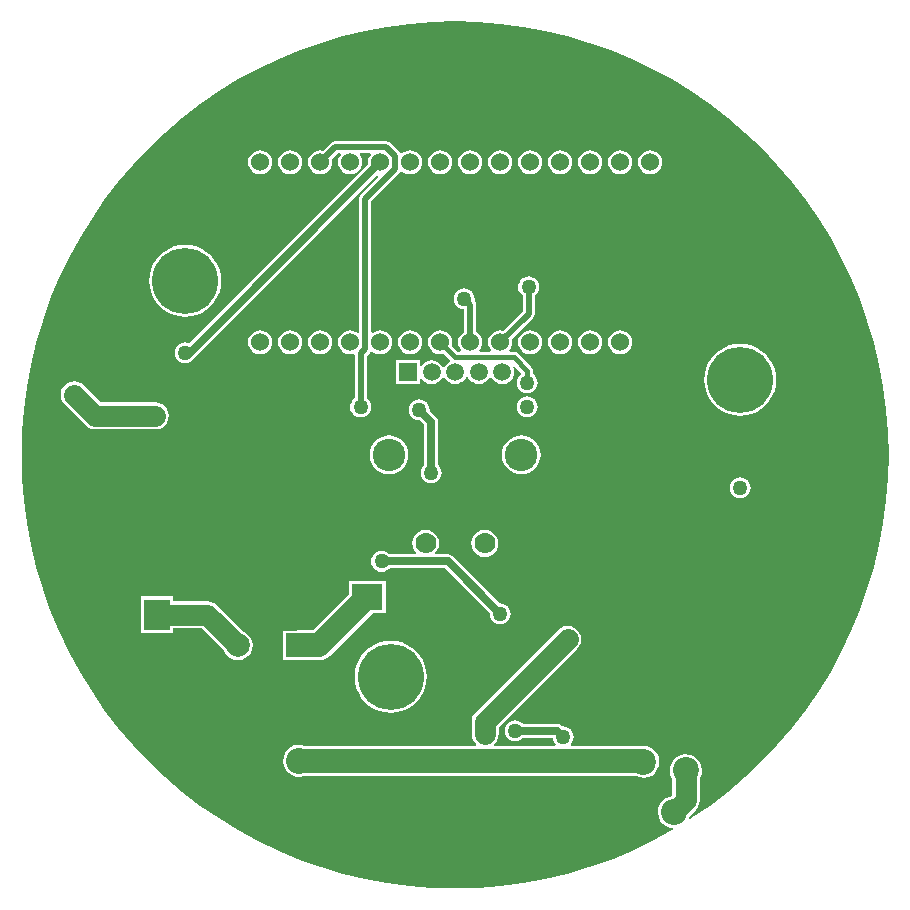
<source format=gbl>
G04 Layer_Physical_Order=2*
G04 Layer_Color=16711680*
%FSAX44Y44*%
%MOMM*%
G71*
G01*
G75*
%ADD35C,0.6350*%
%ADD37C,1.7780*%
%ADD38C,0.5080*%
%ADD40C,2.0320*%
%ADD41C,1.7780*%
%ADD42C,1.5000*%
%ADD43R,1.5000X1.5000*%
%ADD44C,2.7500*%
%ADD45C,5.5880*%
%ADD46C,2.2000*%
%ADD47R,1.5240X1.5240*%
%ADD48C,1.5240*%
%ADD49R,2.0000X2.0000*%
%ADD50C,2.0000*%
%ADD51C,1.2700*%
%ADD52R,2.2000X2.6000*%
%ADD53R,2.6000X2.2000*%
%ADD54R,12.5000X14.7500*%
%ADD55C,0.4572*%
G36*
X00908209Y01509526D02*
X00927365Y01508018D01*
X00946416Y01505510D01*
X00965310Y01502008D01*
X00983994Y01497523D01*
X01002418Y01492065D01*
X01020531Y01485651D01*
X01038284Y01478297D01*
X01055628Y01470025D01*
X01072514Y01460856D01*
X01088898Y01450816D01*
X01104734Y01439933D01*
X01119979Y01428235D01*
X01134590Y01415755D01*
X01148529Y01402529D01*
X01161756Y01388590D01*
X01174235Y01373979D01*
X01185932Y01358734D01*
X01196816Y01342898D01*
X01206856Y01326514D01*
X01216025Y01309628D01*
X01224297Y01292284D01*
X01231651Y01274531D01*
X01238065Y01256418D01*
X01243523Y01237994D01*
X01248008Y01219310D01*
X01251510Y01200416D01*
X01254018Y01181365D01*
X01255526Y01162209D01*
X01256029Y01143000D01*
X01255526Y01123791D01*
X01254018Y01104635D01*
X01251510Y01085584D01*
X01248008Y01066690D01*
X01243523Y01048006D01*
X01238065Y01029582D01*
X01231651Y01011469D01*
X01224297Y00993716D01*
X01216025Y00976372D01*
X01206856Y00959486D01*
X01196816Y00943102D01*
X01185932Y00927266D01*
X01174235Y00912021D01*
X01161756Y00897410D01*
X01148529Y00883472D01*
X01134590Y00870245D01*
X01119979Y00857765D01*
X01104734Y00846068D01*
X01088898Y00835184D01*
X01088001Y00834634D01*
X01086969Y00835491D01*
X01087662Y00837295D01*
X01087681Y00837478D01*
X01092493Y00842290D01*
X01094325Y00844678D01*
X01095477Y00847458D01*
X01095870Y00850442D01*
Y00868739D01*
X01096343Y00869390D01*
X01097621Y00872719D01*
X01097993Y00876264D01*
X01097436Y00879786D01*
X01095986Y00883043D01*
X01093742Y00885813D01*
X01090858Y00887909D01*
X01087529Y00889186D01*
X01083984Y00889559D01*
X01080462Y00889001D01*
X01077206Y00887551D01*
X01074435Y00885308D01*
X01072339Y00882423D01*
X01071062Y00879095D01*
X01070689Y00875549D01*
X01071247Y00872028D01*
X01072697Y00868771D01*
X01072813Y00868628D01*
Y00855218D01*
X01071299Y00853704D01*
X01070504Y00853578D01*
X01067247Y00852128D01*
X01064476Y00849884D01*
X01062381Y00847000D01*
X01061103Y00843672D01*
X01060730Y00840126D01*
X01061288Y00836605D01*
X01062738Y00833348D01*
X01064982Y00830577D01*
X01067866Y00828482D01*
X01071194Y00827204D01*
X01073116Y00827002D01*
X01073412Y00825694D01*
X01072514Y00825144D01*
X01055628Y00815975D01*
X01038284Y00807702D01*
X01020531Y00800349D01*
X01002418Y00793935D01*
X00983994Y00788477D01*
X00965310Y00783992D01*
X00946416Y00780490D01*
X00927365Y00777982D01*
X00908209Y00776474D01*
X00889000Y00775971D01*
X00869791Y00776474D01*
X00850635Y00777982D01*
X00831584Y00780490D01*
X00812690Y00783992D01*
X00794006Y00788477D01*
X00775582Y00793935D01*
X00757469Y00800349D01*
X00739716Y00807702D01*
X00722372Y00815975D01*
X00705486Y00825144D01*
X00689102Y00835184D01*
X00673266Y00846068D01*
X00658021Y00857765D01*
X00643410Y00870245D01*
X00629472Y00883472D01*
X00616245Y00897410D01*
X00603765Y00912021D01*
X00592067Y00927266D01*
X00581184Y00943102D01*
X00571144Y00959486D01*
X00561975Y00976372D01*
X00553703Y00993716D01*
X00546349Y01011469D01*
X00539935Y01029582D01*
X00534477Y01048006D01*
X00529992Y01066690D01*
X00526490Y01085584D01*
X00523982Y01104635D01*
X00522474Y01123791D01*
X00521971Y01143000D01*
X00522474Y01162209D01*
X00523982Y01181365D01*
X00526490Y01200416D01*
X00529992Y01219310D01*
X00534477Y01237994D01*
X00539935Y01256418D01*
X00546349Y01274531D01*
X00553703Y01292284D01*
X00561975Y01309628D01*
X00571144Y01326514D01*
X00581184Y01342898D01*
X00592067Y01358734D01*
X00603765Y01373979D01*
X00616245Y01388590D01*
X00629472Y01402529D01*
X00643410Y01415755D01*
X00658021Y01428235D01*
X00673266Y01439933D01*
X00689102Y01450816D01*
X00705486Y01460856D01*
X00722372Y01470025D01*
X00739716Y01478297D01*
X00757469Y01485651D01*
X00775582Y01492065D01*
X00794006Y01497523D01*
X00812690Y01502008D01*
X00831584Y01505510D01*
X00850635Y01508018D01*
X00869791Y01509526D01*
X00889000Y01510029D01*
X00908209Y01509526D01*
D02*
G37*
%LPC*%
G36*
X00566420Y01205329D02*
X00563436Y01204936D01*
X00560656Y01203784D01*
X00558268Y01201952D01*
X00556436Y01199564D01*
X00555284Y01196784D01*
X00554891Y01193800D01*
X00555284Y01190816D01*
X00556436Y01188036D01*
X00558268Y01185648D01*
X00576048Y01167868D01*
X00576048Y01167868D01*
X00578436Y01166036D01*
X00581216Y01164884D01*
X00584200Y01164491D01*
X00635000D01*
X00637984Y01164884D01*
X00640764Y01166036D01*
X00643152Y01167868D01*
X00644984Y01170256D01*
X00646136Y01173036D01*
X00646529Y01176020D01*
X00646136Y01179004D01*
X00644984Y01181784D01*
X00643152Y01184172D01*
X00640764Y01186004D01*
X00637984Y01187156D01*
X00635000Y01187549D01*
X00588975D01*
X00574572Y01201952D01*
X00572184Y01203784D01*
X00569404Y01204936D01*
X00566420Y01205329D01*
D02*
G37*
G36*
X00949960Y01192607D02*
X00947639Y01192301D01*
X00945477Y01191405D01*
X00943620Y01189980D01*
X00942195Y01188123D01*
X00941299Y01185961D01*
X00940993Y01183640D01*
X00941299Y01181319D01*
X00942195Y01179157D01*
X00943620Y01177300D01*
X00945477Y01175875D01*
X00947639Y01174979D01*
X00949960Y01174673D01*
X00952281Y01174979D01*
X00954443Y01175875D01*
X00956300Y01177300D01*
X00957725Y01179157D01*
X00958621Y01181319D01*
X00958927Y01183640D01*
X00958621Y01185961D01*
X00957725Y01188123D01*
X00956300Y01189980D01*
X00954443Y01191405D01*
X00952281Y01192301D01*
X00949960Y01192607D01*
D02*
G37*
G36*
X00833000Y01159369D02*
X00829807Y01159054D01*
X00826736Y01158123D01*
X00823906Y01156610D01*
X00821426Y01154575D01*
X00819390Y01152094D01*
X00817877Y01149264D01*
X00816946Y01146193D01*
X00816631Y01143000D01*
X00816946Y01139807D01*
X00817877Y01136736D01*
X00819390Y01133906D01*
X00821426Y01131425D01*
X00823906Y01129390D01*
X00826736Y01127877D01*
X00829807Y01126946D01*
X00833000Y01126631D01*
X00836193Y01126946D01*
X00839264Y01127877D01*
X00842094Y01129390D01*
X00844575Y01131425D01*
X00846610Y01133906D01*
X00848123Y01136736D01*
X00849054Y01139807D01*
X00849369Y01143000D01*
X00849054Y01146193D01*
X00848123Y01149264D01*
X00846610Y01152094D01*
X00844575Y01154575D01*
X00842094Y01156610D01*
X00839264Y01158123D01*
X00836193Y01159054D01*
X00833000Y01159369D01*
D02*
G37*
G36*
X00945000D02*
X00941806Y01159054D01*
X00938736Y01158123D01*
X00935906Y01156610D01*
X00933425Y01154575D01*
X00931390Y01152094D01*
X00929877Y01149264D01*
X00928946Y01146193D01*
X00928631Y01143000D01*
X00928946Y01139807D01*
X00929877Y01136736D01*
X00931390Y01133906D01*
X00933425Y01131425D01*
X00935906Y01129390D01*
X00938736Y01127877D01*
X00941806Y01126946D01*
X00945000Y01126631D01*
X00948193Y01126946D01*
X00951264Y01127877D01*
X00954094Y01129390D01*
X00956574Y01131425D01*
X00958610Y01133906D01*
X00960123Y01136736D01*
X00961054Y01139807D01*
X00961369Y01143000D01*
X00961054Y01146193D01*
X00960123Y01149264D01*
X00958610Y01152094D01*
X00956574Y01154575D01*
X00954094Y01156610D01*
X00951264Y01158123D01*
X00948193Y01159054D01*
X00945000Y01159369D01*
D02*
G37*
G36*
X00749300Y01248498D02*
X00746648Y01248148D01*
X00744176Y01247125D01*
X00742054Y01245496D01*
X00740425Y01243374D01*
X00739401Y01240902D01*
X00739052Y01238250D01*
X00739401Y01235598D01*
X00740425Y01233126D01*
X00742054Y01231004D01*
X00744176Y01229375D01*
X00746648Y01228352D01*
X00749300Y01228002D01*
X00751952Y01228352D01*
X00754424Y01229375D01*
X00756546Y01231004D01*
X00758175Y01233126D01*
X00759199Y01235598D01*
X00759548Y01238250D01*
X00759199Y01240902D01*
X00758175Y01243374D01*
X00756546Y01245496D01*
X00754424Y01247125D01*
X00751952Y01248148D01*
X00749300Y01248498D01*
D02*
G37*
G36*
X00774700D02*
X00772048Y01248148D01*
X00769576Y01247125D01*
X00767454Y01245496D01*
X00765825Y01243374D01*
X00764801Y01240902D01*
X00764452Y01238250D01*
X00764801Y01235598D01*
X00765825Y01233126D01*
X00767454Y01231004D01*
X00769576Y01229375D01*
X00772048Y01228352D01*
X00774700Y01228002D01*
X00777352Y01228352D01*
X00779824Y01229375D01*
X00781946Y01231004D01*
X00783575Y01233126D01*
X00784598Y01235598D01*
X00784948Y01238250D01*
X00784598Y01240902D01*
X00783575Y01243374D01*
X00781946Y01245496D01*
X00779824Y01247125D01*
X00777352Y01248148D01*
X00774700Y01248498D01*
D02*
G37*
G36*
X01130300Y01237074D02*
X01125517Y01236698D01*
X01120852Y01235578D01*
X01116420Y01233742D01*
X01112329Y01231235D01*
X01108681Y01228119D01*
X01105565Y01224471D01*
X01103058Y01220380D01*
X01101222Y01215948D01*
X01100102Y01211283D01*
X01099726Y01206500D01*
X01100102Y01201717D01*
X01101222Y01197052D01*
X01103058Y01192620D01*
X01105565Y01188529D01*
X01108681Y01184881D01*
X01112329Y01181765D01*
X01116420Y01179258D01*
X01120852Y01177422D01*
X01125517Y01176302D01*
X01130300Y01175926D01*
X01135083Y01176302D01*
X01139748Y01177422D01*
X01144180Y01179258D01*
X01148271Y01181765D01*
X01151919Y01184881D01*
X01155035Y01188529D01*
X01157542Y01192620D01*
X01159378Y01197052D01*
X01160498Y01201717D01*
X01160874Y01206500D01*
X01160498Y01211283D01*
X01159378Y01215948D01*
X01157542Y01220380D01*
X01155035Y01224471D01*
X01151919Y01228119D01*
X01148271Y01231235D01*
X01144180Y01233742D01*
X01139748Y01235578D01*
X01135083Y01236698D01*
X01130300Y01237074D01*
D02*
G37*
G36*
X00723900Y01248498D02*
X00721248Y01248148D01*
X00718776Y01247125D01*
X00716654Y01245496D01*
X00715025Y01243374D01*
X00714001Y01240902D01*
X00713652Y01238250D01*
X00714001Y01235598D01*
X00715025Y01233126D01*
X00716654Y01231004D01*
X00718776Y01229375D01*
X00721248Y01228352D01*
X00723900Y01228002D01*
X00726552Y01228352D01*
X00729024Y01229375D01*
X00731146Y01231004D01*
X00732775Y01233126D01*
X00733799Y01235598D01*
X00734148Y01238250D01*
X00733799Y01240902D01*
X00732775Y01243374D01*
X00731146Y01245496D01*
X00729024Y01247125D01*
X00726552Y01248148D01*
X00723900Y01248498D01*
D02*
G37*
G36*
X00830010Y01035890D02*
X00798930D01*
Y01024926D01*
X00768524Y00994520D01*
X00755650D01*
X00753602Y00994250D01*
X00743110D01*
Y00983758D01*
X00742840Y00981710D01*
X00743110Y00979662D01*
Y00969170D01*
X00753602D01*
X00755650Y00968900D01*
X00773830D01*
X00777145Y00969337D01*
X00780235Y00970617D01*
X00782887Y00972652D01*
X00819045Y01008810D01*
X00830010D01*
Y01035890D01*
D02*
G37*
G36*
X00649810Y01023050D02*
X00622730D01*
Y00991970D01*
X00649810D01*
Y00995981D01*
X00674275D01*
X00693208Y00977048D01*
X00693896Y00975386D01*
X00695906Y00972766D01*
X00698526Y00970756D01*
X00701576Y00969493D01*
X00704850Y00969062D01*
X00708124Y00969493D01*
X00711174Y00970756D01*
X00713794Y00972766D01*
X00715804Y00975386D01*
X00717067Y00978436D01*
X00717498Y00981710D01*
X00717067Y00984984D01*
X00715804Y00988034D01*
X00713794Y00990654D01*
X00711174Y00992664D01*
X00709512Y00993352D01*
X00687202Y01015662D01*
X00684815Y01017494D01*
X00682034Y01018646D01*
X00679050Y01019038D01*
X00649810D01*
Y01023050D01*
D02*
G37*
G36*
X00984250Y00998319D02*
X00981266Y00997926D01*
X00978486Y00996774D01*
X00976098Y00994942D01*
X00906248Y00925092D01*
X00904416Y00922704D01*
X00903264Y00919924D01*
X00902871Y00916940D01*
Y00906780D01*
X00903264Y00903796D01*
X00904416Y00901016D01*
X00906248Y00898628D01*
X00907006Y00898046D01*
X00906575Y00896776D01*
X00761405D01*
X00759855Y00897325D01*
X00756301Y00897605D01*
X00752796Y00896955D01*
X00749578Y00895420D01*
X00746867Y00893105D01*
X00744848Y00890167D01*
X00743658Y00886806D01*
X00743378Y00883252D01*
X00744028Y00879747D01*
X00745562Y00876529D01*
X00747878Y00873818D01*
X00750816Y00871798D01*
X00754177Y00870608D01*
X00757731Y00870329D01*
X00761236Y00870978D01*
X00761611Y00871157D01*
X01041681D01*
X01041741Y00871113D01*
X01045069Y00869836D01*
X01048615Y00869463D01*
X01052136Y00870021D01*
X01055393Y00871471D01*
X01058164Y00873715D01*
X01060259Y00876599D01*
X01061537Y00879927D01*
X01061910Y00883473D01*
X01061352Y00886994D01*
X01059902Y00890251D01*
X01057658Y00893022D01*
X01054774Y00895117D01*
X01051446Y00896395D01*
X01047900Y00896768D01*
X01047706Y00896737D01*
X01047406Y00896776D01*
X00987181D01*
X00986893Y00898046D01*
X00988205Y00899757D01*
X00989101Y00901919D01*
X00989407Y00904240D01*
X00989101Y00906561D01*
X00988205Y00908723D01*
X00986780Y00910580D01*
X00984923Y00912005D01*
X00982761Y00912901D01*
X00980440Y00913207D01*
X00979798Y00913122D01*
X00979480Y00913440D01*
X00977590Y00914703D01*
X00975360Y00915147D01*
X00946534D01*
X00946140Y00915660D01*
X00944283Y00917085D01*
X00942121Y00917981D01*
X00939800Y00918287D01*
X00937479Y00917981D01*
X00935317Y00917085D01*
X00933460Y00915660D01*
X00932035Y00913803D01*
X00931139Y00911641D01*
X00930833Y00909320D01*
X00931139Y00906999D01*
X00932035Y00904837D01*
X00933460Y00902980D01*
X00935317Y00901555D01*
X00937479Y00900659D01*
X00939800Y00900353D01*
X00942121Y00900659D01*
X00944283Y00901555D01*
X00946140Y00902980D01*
X00946534Y00903493D01*
X00971572D01*
X00971779Y00901919D01*
X00972675Y00899757D01*
X00973987Y00898046D01*
X00973699Y00896776D01*
X00922225D01*
X00921794Y00898046D01*
X00922552Y00898628D01*
X00924384Y00901016D01*
X00925536Y00903796D01*
X00925929Y00906780D01*
Y00912165D01*
X00992402Y00978638D01*
X00994234Y00981026D01*
X00995386Y00983806D01*
X00995779Y00986790D01*
X00995386Y00989774D01*
X00994234Y00992554D01*
X00992402Y00994942D01*
X00990014Y00996774D01*
X00987234Y00997926D01*
X00984250Y00998319D01*
D02*
G37*
G36*
X00834390Y00985614D02*
X00829607Y00985238D01*
X00824942Y00984118D01*
X00820510Y00982282D01*
X00816419Y00979775D01*
X00812771Y00976659D01*
X00809655Y00973011D01*
X00807148Y00968920D01*
X00805312Y00964488D01*
X00804192Y00959823D01*
X00803816Y00955040D01*
X00804192Y00950257D01*
X00805312Y00945592D01*
X00807148Y00941160D01*
X00809655Y00937069D01*
X00812771Y00933421D01*
X00816419Y00930305D01*
X00820510Y00927798D01*
X00824942Y00925962D01*
X00829607Y00924842D01*
X00834390Y00924466D01*
X00839173Y00924842D01*
X00843838Y00925962D01*
X00848270Y00927798D01*
X00852361Y00930305D01*
X00856009Y00933421D01*
X00859125Y00937069D01*
X00861632Y00941160D01*
X00863468Y00945592D01*
X00864588Y00950257D01*
X00864964Y00955040D01*
X00864588Y00959823D01*
X00863468Y00964488D01*
X00861632Y00968920D01*
X00859125Y00973011D01*
X00856009Y00976659D01*
X00852361Y00979775D01*
X00848270Y00982282D01*
X00843838Y00984118D01*
X00839173Y00985238D01*
X00834390Y00985614D01*
D02*
G37*
G36*
X01130300Y01124027D02*
X01127979Y01123721D01*
X01125817Y01122825D01*
X01123960Y01121400D01*
X01122535Y01119543D01*
X01121639Y01117381D01*
X01121333Y01115060D01*
X01121639Y01112739D01*
X01122535Y01110577D01*
X01123960Y01108720D01*
X01125817Y01107295D01*
X01127979Y01106399D01*
X01130300Y01106093D01*
X01132621Y01106399D01*
X01134783Y01107295D01*
X01136640Y01108720D01*
X01138065Y01110577D01*
X01138961Y01112739D01*
X01139267Y01115060D01*
X01138961Y01117381D01*
X01138065Y01119543D01*
X01136640Y01121400D01*
X01134783Y01122825D01*
X01132621Y01123721D01*
X01130300Y01124027D01*
D02*
G37*
G36*
X00858520Y01190067D02*
X00856199Y01189761D01*
X00854037Y01188865D01*
X00852180Y01187440D01*
X00850755Y01185583D01*
X00849859Y01183421D01*
X00849553Y01181100D01*
X00849859Y01178779D01*
X00850755Y01176617D01*
X00852180Y01174760D01*
X00854037Y01173335D01*
X00856199Y01172439D01*
X00858520Y01172133D01*
X00859162Y01172218D01*
X00862853Y01168526D01*
Y01134494D01*
X00862340Y01134100D01*
X00860915Y01132243D01*
X00860019Y01130081D01*
X00859713Y01127760D01*
X00860019Y01125439D01*
X00860915Y01123277D01*
X00862340Y01121420D01*
X00864197Y01119995D01*
X00866359Y01119099D01*
X00868680Y01118793D01*
X00871001Y01119099D01*
X00873163Y01119995D01*
X00875020Y01121420D01*
X00876445Y01123277D01*
X00877341Y01125439D01*
X00877647Y01127760D01*
X00877341Y01130081D01*
X00876445Y01132243D01*
X00875020Y01134100D01*
X00874507Y01134494D01*
Y01170940D01*
X00874063Y01173170D01*
X00872800Y01175060D01*
X00867402Y01180458D01*
X00867487Y01181100D01*
X00867181Y01183421D01*
X00866285Y01185583D01*
X00864860Y01187440D01*
X00863003Y01188865D01*
X00860841Y01189761D01*
X00858520Y01190067D01*
D02*
G37*
G36*
X00914000Y01079529D02*
X00911016Y01079136D01*
X00908236Y01077984D01*
X00905848Y01076152D01*
X00904016Y01073764D01*
X00902864Y01070984D01*
X00902472Y01068000D01*
X00902864Y01065016D01*
X00904016Y01062236D01*
X00905848Y01059848D01*
X00908236Y01058016D01*
X00911016Y01056864D01*
X00914000Y01056471D01*
X00916984Y01056864D01*
X00919764Y01058016D01*
X00922152Y01059848D01*
X00923984Y01062236D01*
X00925136Y01065016D01*
X00925529Y01068000D01*
X00925136Y01070984D01*
X00923984Y01073764D01*
X00922152Y01076152D01*
X00919764Y01077984D01*
X00916984Y01079136D01*
X00914000Y01079529D01*
D02*
G37*
G36*
X00864000D02*
X00861016Y01079136D01*
X00858235Y01077984D01*
X00855848Y01076152D01*
X00854016Y01073764D01*
X00852864Y01070984D01*
X00852471Y01068000D01*
X00852864Y01065016D01*
X00854016Y01062236D01*
X00855787Y01059927D01*
X00855693Y01059392D01*
X00855443Y01058657D01*
X00833504D01*
X00833110Y01059170D01*
X00831253Y01060595D01*
X00829091Y01061491D01*
X00826770Y01061797D01*
X00824449Y01061491D01*
X00822287Y01060595D01*
X00820430Y01059170D01*
X00819005Y01057313D01*
X00818109Y01055151D01*
X00817803Y01052830D01*
X00818109Y01050509D01*
X00819005Y01048347D01*
X00820430Y01046490D01*
X00822287Y01045065D01*
X00824449Y01044169D01*
X00826770Y01043863D01*
X00829091Y01044169D01*
X00831253Y01045065D01*
X00833110Y01046490D01*
X00833504Y01047003D01*
X00880236D01*
X00918218Y01009022D01*
X00918133Y01008380D01*
X00918439Y01006059D01*
X00919335Y01003897D01*
X00920760Y01002040D01*
X00922617Y01000615D01*
X00924779Y00999719D01*
X00927100Y00999413D01*
X00929421Y00999719D01*
X00931583Y01000615D01*
X00933440Y01002040D01*
X00934865Y01003897D01*
X00935761Y01006059D01*
X00936067Y01008380D01*
X00935761Y01010701D01*
X00934865Y01012863D01*
X00933440Y01014720D01*
X00931583Y01016145D01*
X00929421Y01017041D01*
X00927100Y01017347D01*
X00926458Y01017262D01*
X00886770Y01056950D01*
X00884880Y01058213D01*
X00882650Y01058657D01*
X00872556D01*
X00872306Y01059392D01*
X00872212Y01059927D01*
X00873984Y01062236D01*
X00875136Y01065016D01*
X00875528Y01068000D01*
X00875136Y01070984D01*
X00873984Y01073764D01*
X00872152Y01076152D01*
X00869764Y01077984D01*
X00866984Y01079136D01*
X00864000Y01079529D01*
D02*
G37*
G36*
X00850900Y01248498D02*
X00848248Y01248148D01*
X00845776Y01247125D01*
X00843654Y01245496D01*
X00842025Y01243374D01*
X00841002Y01240902D01*
X00840652Y01238250D01*
X00841002Y01235598D01*
X00842025Y01233126D01*
X00843654Y01231004D01*
X00845776Y01229375D01*
X00848248Y01228352D01*
X00850900Y01228002D01*
X00853552Y01228352D01*
X00856024Y01229375D01*
X00858146Y01231004D01*
X00859775Y01233126D01*
X00860798Y01235598D01*
X00861148Y01238250D01*
X00860798Y01240902D01*
X00859775Y01243374D01*
X00858146Y01245496D01*
X00856024Y01247125D01*
X00853552Y01248148D01*
X00850900Y01248498D01*
D02*
G37*
G36*
X00952500Y01400898D02*
X00949848Y01400549D01*
X00947376Y01399525D01*
X00945254Y01397896D01*
X00943625Y01395774D01*
X00942601Y01393302D01*
X00942252Y01390650D01*
X00942601Y01387998D01*
X00943625Y01385526D01*
X00945254Y01383404D01*
X00947376Y01381775D01*
X00949848Y01380751D01*
X00952500Y01380402D01*
X00955152Y01380751D01*
X00957624Y01381775D01*
X00959746Y01383404D01*
X00961375Y01385526D01*
X00962399Y01387998D01*
X00962748Y01390650D01*
X00962399Y01393302D01*
X00961375Y01395774D01*
X00959746Y01397896D01*
X00957624Y01399525D01*
X00955152Y01400549D01*
X00952500Y01400898D01*
D02*
G37*
G36*
X00977900D02*
X00975248Y01400549D01*
X00972776Y01399525D01*
X00970654Y01397896D01*
X00969025Y01395774D01*
X00968001Y01393302D01*
X00967652Y01390650D01*
X00968001Y01387998D01*
X00969025Y01385526D01*
X00970654Y01383404D01*
X00972776Y01381775D01*
X00975248Y01380751D01*
X00977900Y01380402D01*
X00980552Y01380751D01*
X00983024Y01381775D01*
X00985146Y01383404D01*
X00986775Y01385526D01*
X00987798Y01387998D01*
X00988148Y01390650D01*
X00987798Y01393302D01*
X00986775Y01395774D01*
X00985146Y01397896D01*
X00983024Y01399525D01*
X00980552Y01400549D01*
X00977900Y01400898D01*
D02*
G37*
G36*
X00901700D02*
X00899048Y01400549D01*
X00896576Y01399525D01*
X00894454Y01397896D01*
X00892825Y01395774D01*
X00891802Y01393302D01*
X00891452Y01390650D01*
X00891802Y01387998D01*
X00892825Y01385526D01*
X00894454Y01383404D01*
X00896576Y01381775D01*
X00899048Y01380751D01*
X00901700Y01380402D01*
X00904352Y01380751D01*
X00906824Y01381775D01*
X00908946Y01383404D01*
X00910575Y01385526D01*
X00911599Y01387998D01*
X00911948Y01390650D01*
X00911599Y01393302D01*
X00910575Y01395774D01*
X00908946Y01397896D01*
X00906824Y01399525D01*
X00904352Y01400549D01*
X00901700Y01400898D01*
D02*
G37*
G36*
X00927100D02*
X00924448Y01400549D01*
X00921976Y01399525D01*
X00919854Y01397896D01*
X00918225Y01395774D01*
X00917202Y01393302D01*
X00916852Y01390650D01*
X00917202Y01387998D01*
X00918225Y01385526D01*
X00919854Y01383404D01*
X00921976Y01381775D01*
X00924448Y01380751D01*
X00927100Y01380402D01*
X00929752Y01380751D01*
X00932224Y01381775D01*
X00934346Y01383404D01*
X00935975Y01385526D01*
X00936999Y01387998D01*
X00937348Y01390650D01*
X00936999Y01393302D01*
X00935975Y01395774D01*
X00934346Y01397896D01*
X00932224Y01399525D01*
X00929752Y01400549D01*
X00927100Y01400898D01*
D02*
G37*
G36*
X01054100D02*
X01051448Y01400549D01*
X01048976Y01399525D01*
X01046854Y01397896D01*
X01045225Y01395774D01*
X01044202Y01393302D01*
X01043852Y01390650D01*
X01044202Y01387998D01*
X01045225Y01385526D01*
X01046854Y01383404D01*
X01048976Y01381775D01*
X01051448Y01380751D01*
X01054100Y01380402D01*
X01056752Y01380751D01*
X01059224Y01381775D01*
X01061346Y01383404D01*
X01062975Y01385526D01*
X01063998Y01387998D01*
X01064348Y01390650D01*
X01063998Y01393302D01*
X01062975Y01395774D01*
X01061346Y01397896D01*
X01059224Y01399525D01*
X01056752Y01400549D01*
X01054100Y01400898D01*
D02*
G37*
G36*
X00830760Y01408530D02*
X00787400D01*
X00785418Y01408135D01*
X00783737Y01407012D01*
X00777283Y01400558D01*
X00774700Y01400898D01*
X00772048Y01400549D01*
X00769576Y01399525D01*
X00767454Y01397896D01*
X00765825Y01395774D01*
X00764801Y01393302D01*
X00764452Y01390650D01*
X00764801Y01387998D01*
X00765825Y01385526D01*
X00767454Y01383404D01*
X00769576Y01381775D01*
X00772048Y01380751D01*
X00774700Y01380402D01*
X00777352Y01380751D01*
X00779824Y01381775D01*
X00781946Y01383404D01*
X00783575Y01385526D01*
X00784598Y01387998D01*
X00784948Y01390650D01*
X00784608Y01393233D01*
X00789545Y01398170D01*
X00791463D01*
X00792090Y01396900D01*
X00791225Y01395774D01*
X00790201Y01393302D01*
X00789852Y01390650D01*
X00790201Y01387998D01*
X00791225Y01385526D01*
X00792854Y01383404D01*
X00794976Y01381775D01*
X00797448Y01380751D01*
X00800100Y01380402D01*
X00802752Y01380751D01*
X00805224Y01381775D01*
X00807346Y01383404D01*
X00808975Y01385526D01*
X00809998Y01387998D01*
X00810348Y01390650D01*
X00809998Y01393302D01*
X00808975Y01395774D01*
X00808110Y01396900D01*
X00808737Y01398170D01*
X00816863D01*
X00817490Y01396900D01*
X00816625Y01395774D01*
X00815602Y01393302D01*
X00815252Y01390650D01*
X00815486Y01388876D01*
X00664071Y01237462D01*
X00662721Y01238021D01*
X00660400Y01238327D01*
X00658079Y01238021D01*
X00655917Y01237125D01*
X00654060Y01235700D01*
X00652635Y01233843D01*
X00651739Y01231681D01*
X00651433Y01229360D01*
X00651739Y01227039D01*
X00652635Y01224877D01*
X00654060Y01223020D01*
X00655917Y01221595D01*
X00658079Y01220699D01*
X00660400Y01220393D01*
X00662721Y01220699D01*
X00664883Y01221595D01*
X00666740Y01223020D01*
X00668165Y01224877D01*
X00668310Y01225226D01*
X00668330Y01225240D01*
X00823102Y01380012D01*
X00823588Y01379899D01*
X00823987Y01378502D01*
X00809137Y01363652D01*
X00808015Y01361972D01*
X00807620Y01359989D01*
Y01246887D01*
X00806350Y01246260D01*
X00805224Y01247125D01*
X00802752Y01248148D01*
X00800100Y01248498D01*
X00797448Y01248148D01*
X00794976Y01247125D01*
X00792854Y01245496D01*
X00791225Y01243374D01*
X00790201Y01240902D01*
X00789852Y01238250D01*
X00790201Y01235598D01*
X00791225Y01233126D01*
X00792854Y01231004D01*
X00794976Y01229375D01*
X00797448Y01228352D01*
X00800100Y01228002D01*
X00802541Y01228324D01*
X00803287Y01227997D01*
X00803811Y01227647D01*
Y01190871D01*
X00802650Y01189980D01*
X00801225Y01188123D01*
X00800329Y01185961D01*
X00800023Y01183640D01*
X00800329Y01181319D01*
X00801225Y01179157D01*
X00802650Y01177300D01*
X00804507Y01175875D01*
X00806669Y01174979D01*
X00808990Y01174673D01*
X00811311Y01174979D01*
X00813473Y01175875D01*
X00815330Y01177300D01*
X00816755Y01179157D01*
X00817651Y01181319D01*
X00817957Y01183640D01*
X00817651Y01185961D01*
X00816755Y01188123D01*
X00815330Y01189980D01*
X00814169Y01190871D01*
Y01227034D01*
X00816462Y01229327D01*
X00817150Y01230356D01*
X00817348Y01230472D01*
X00818680Y01230649D01*
X00818743Y01230628D01*
X00820376Y01229375D01*
X00822848Y01228352D01*
X00825500Y01228002D01*
X00828152Y01228352D01*
X00830624Y01229375D01*
X00832746Y01231004D01*
X00834375Y01233126D01*
X00835398Y01235598D01*
X00835748Y01238250D01*
X00835398Y01240902D01*
X00834375Y01243374D01*
X00832746Y01245496D01*
X00830624Y01247125D01*
X00828152Y01248148D01*
X00825500Y01248498D01*
X00822848Y01248148D01*
X00820376Y01247125D01*
X00819249Y01246260D01*
X00817980Y01246887D01*
Y01357844D01*
X00841862Y01381727D01*
X00841862Y01381727D01*
X00842550Y01382756D01*
X00842748Y01382872D01*
X00844080Y01383049D01*
X00844143Y01383028D01*
X00845776Y01381775D01*
X00848248Y01380751D01*
X00850900Y01380402D01*
X00853552Y01380751D01*
X00856024Y01381775D01*
X00858146Y01383404D01*
X00859775Y01385526D01*
X00860798Y01387998D01*
X00861148Y01390650D01*
X00860798Y01393302D01*
X00859775Y01395774D01*
X00858146Y01397896D01*
X00856024Y01399525D01*
X00853552Y01400549D01*
X00850900Y01400898D01*
X00848248Y01400549D01*
X00845776Y01399525D01*
X00844143Y01398272D01*
X00844080Y01398251D01*
X00842748Y01398428D01*
X00842550Y01398544D01*
X00841862Y01399573D01*
X00834423Y01407012D01*
X00832743Y01408135D01*
X00830760Y01408530D01*
D02*
G37*
G36*
X01003300Y01400898D02*
X01000648Y01400549D01*
X00998176Y01399525D01*
X00996054Y01397896D01*
X00994425Y01395774D01*
X00993401Y01393302D01*
X00993052Y01390650D01*
X00993401Y01387998D01*
X00994425Y01385526D01*
X00996054Y01383404D01*
X00998176Y01381775D01*
X01000648Y01380751D01*
X01003300Y01380402D01*
X01005952Y01380751D01*
X01008424Y01381775D01*
X01010546Y01383404D01*
X01012175Y01385526D01*
X01013198Y01387998D01*
X01013548Y01390650D01*
X01013198Y01393302D01*
X01012175Y01395774D01*
X01010546Y01397896D01*
X01008424Y01399525D01*
X01005952Y01400549D01*
X01003300Y01400898D01*
D02*
G37*
G36*
X01028700D02*
X01026048Y01400549D01*
X01023576Y01399525D01*
X01021454Y01397896D01*
X01019825Y01395774D01*
X01018801Y01393302D01*
X01018452Y01390650D01*
X01018801Y01387998D01*
X01019825Y01385526D01*
X01021454Y01383404D01*
X01023576Y01381775D01*
X01026048Y01380751D01*
X01028700Y01380402D01*
X01031352Y01380751D01*
X01033824Y01381775D01*
X01035946Y01383404D01*
X01037575Y01385526D01*
X01038598Y01387998D01*
X01038948Y01390650D01*
X01038598Y01393302D01*
X01037575Y01395774D01*
X01035946Y01397896D01*
X01033824Y01399525D01*
X01031352Y01400549D01*
X01028700Y01400898D01*
D02*
G37*
G36*
X00876300D02*
X00873648Y01400549D01*
X00871176Y01399525D01*
X00869054Y01397896D01*
X00867425Y01395774D01*
X00866402Y01393302D01*
X00866052Y01390650D01*
X00866402Y01387998D01*
X00867425Y01385526D01*
X00869054Y01383404D01*
X00871176Y01381775D01*
X00873648Y01380751D01*
X00876300Y01380402D01*
X00878952Y01380751D01*
X00881424Y01381775D01*
X00883546Y01383404D01*
X00885175Y01385526D01*
X00886199Y01387998D01*
X00886548Y01390650D01*
X00886199Y01393302D01*
X00885175Y01395774D01*
X00883546Y01397896D01*
X00881424Y01399525D01*
X00878952Y01400549D01*
X00876300Y01400898D01*
D02*
G37*
G36*
X01003300Y01248498D02*
X01000648Y01248148D01*
X00998176Y01247125D01*
X00996054Y01245496D01*
X00994425Y01243374D01*
X00993401Y01240902D01*
X00993052Y01238250D01*
X00993401Y01235598D01*
X00994425Y01233126D01*
X00996054Y01231004D01*
X00998176Y01229375D01*
X01000648Y01228352D01*
X01003300Y01228002D01*
X01005952Y01228352D01*
X01008424Y01229375D01*
X01010546Y01231004D01*
X01012175Y01233126D01*
X01013198Y01235598D01*
X01013548Y01238250D01*
X01013198Y01240902D01*
X01012175Y01243374D01*
X01010546Y01245496D01*
X01008424Y01247125D01*
X01005952Y01248148D01*
X01003300Y01248498D01*
D02*
G37*
G36*
X01028700D02*
X01026048Y01248148D01*
X01023576Y01247125D01*
X01021454Y01245496D01*
X01019825Y01243374D01*
X01018801Y01240902D01*
X01018452Y01238250D01*
X01018801Y01235598D01*
X01019825Y01233126D01*
X01021454Y01231004D01*
X01023576Y01229375D01*
X01026048Y01228352D01*
X01028700Y01228002D01*
X01031352Y01228352D01*
X01033824Y01229375D01*
X01035946Y01231004D01*
X01037575Y01233126D01*
X01038598Y01235598D01*
X01038948Y01238250D01*
X01038598Y01240902D01*
X01037575Y01243374D01*
X01035946Y01245496D01*
X01033824Y01247125D01*
X01031352Y01248148D01*
X01028700Y01248498D01*
D02*
G37*
G36*
X00952500D02*
X00949848Y01248148D01*
X00947376Y01247125D01*
X00945254Y01245496D01*
X00943625Y01243374D01*
X00942601Y01240902D01*
X00942252Y01238250D01*
X00942601Y01235598D01*
X00943625Y01233126D01*
X00945254Y01231004D01*
X00947376Y01229375D01*
X00949848Y01228352D01*
X00952500Y01228002D01*
X00955152Y01228352D01*
X00957624Y01229375D01*
X00959746Y01231004D01*
X00961375Y01233126D01*
X00962399Y01235598D01*
X00962748Y01238250D01*
X00962399Y01240902D01*
X00961375Y01243374D01*
X00959746Y01245496D01*
X00957624Y01247125D01*
X00955152Y01248148D01*
X00952500Y01248498D01*
D02*
G37*
G36*
X00977900D02*
X00975248Y01248148D01*
X00972776Y01247125D01*
X00970654Y01245496D01*
X00969025Y01243374D01*
X00968001Y01240902D01*
X00967652Y01238250D01*
X00968001Y01235598D01*
X00969025Y01233126D01*
X00970654Y01231004D01*
X00972776Y01229375D01*
X00975248Y01228352D01*
X00977900Y01228002D01*
X00980552Y01228352D01*
X00983024Y01229375D01*
X00985146Y01231004D01*
X00986775Y01233126D01*
X00987798Y01235598D01*
X00988148Y01238250D01*
X00987798Y01240902D01*
X00986775Y01243374D01*
X00985146Y01245496D01*
X00983024Y01247125D01*
X00980552Y01248148D01*
X00977900Y01248498D01*
D02*
G37*
G36*
X00723900Y01400898D02*
X00721248Y01400549D01*
X00718776Y01399525D01*
X00716654Y01397896D01*
X00715025Y01395774D01*
X00714001Y01393302D01*
X00713652Y01390650D01*
X00714001Y01387998D01*
X00715025Y01385526D01*
X00716654Y01383404D01*
X00718776Y01381775D01*
X00721248Y01380751D01*
X00723900Y01380402D01*
X00726552Y01380751D01*
X00729024Y01381775D01*
X00731146Y01383404D01*
X00732775Y01385526D01*
X00733799Y01387998D01*
X00734148Y01390650D01*
X00733799Y01393302D01*
X00732775Y01395774D01*
X00731146Y01397896D01*
X00729024Y01399525D01*
X00726552Y01400549D01*
X00723900Y01400898D01*
D02*
G37*
G36*
X00749300D02*
X00746648Y01400549D01*
X00744176Y01399525D01*
X00742054Y01397896D01*
X00740425Y01395774D01*
X00739401Y01393302D01*
X00739052Y01390650D01*
X00739401Y01387998D01*
X00740425Y01385526D01*
X00742054Y01383404D01*
X00744176Y01381775D01*
X00746648Y01380751D01*
X00749300Y01380402D01*
X00751952Y01380751D01*
X00754424Y01381775D01*
X00756546Y01383404D01*
X00758175Y01385526D01*
X00759199Y01387998D01*
X00759548Y01390650D01*
X00759199Y01393302D01*
X00758175Y01395774D01*
X00756546Y01397896D01*
X00754424Y01399525D01*
X00751952Y01400549D01*
X00749300Y01400898D01*
D02*
G37*
G36*
X00951230Y01294207D02*
X00948909Y01293901D01*
X00946747Y01293005D01*
X00944890Y01291580D01*
X00943465Y01289723D01*
X00942569Y01287561D01*
X00942263Y01285240D01*
X00942569Y01282919D01*
X00943465Y01280757D01*
X00944890Y01278900D01*
X00946050Y01278009D01*
Y01264525D01*
X00929683Y01248158D01*
X00927100Y01248498D01*
X00924448Y01248148D01*
X00921976Y01247125D01*
X00919854Y01245496D01*
X00918225Y01243374D01*
X00917202Y01240902D01*
X00916852Y01238250D01*
X00917202Y01235598D01*
X00918225Y01233126D01*
X00919288Y01231740D01*
X00918662Y01230471D01*
X00910138D01*
X00909511Y01231740D01*
X00910575Y01233126D01*
X00911599Y01235598D01*
X00911948Y01238250D01*
X00911599Y01240902D01*
X00910575Y01243374D01*
X00908946Y01245496D01*
X00906880Y01247082D01*
Y01270000D01*
X00906485Y01271982D01*
X00905394Y01273615D01*
X00905587Y01275080D01*
X00905281Y01277401D01*
X00904385Y01279563D01*
X00902960Y01281420D01*
X00901103Y01282845D01*
X00898941Y01283741D01*
X00896620Y01284047D01*
X00894299Y01283741D01*
X00892137Y01282845D01*
X00890280Y01281420D01*
X00888855Y01279563D01*
X00887959Y01277401D01*
X00887653Y01275080D01*
X00887959Y01272759D01*
X00888855Y01270597D01*
X00890280Y01268740D01*
X00892137Y01267315D01*
X00894299Y01266419D01*
X00896520Y01266126D01*
Y01247082D01*
X00894454Y01245496D01*
X00892825Y01243374D01*
X00891802Y01240902D01*
X00891452Y01238250D01*
X00891802Y01235598D01*
X00892825Y01233126D01*
X00893888Y01231740D01*
X00893262Y01230471D01*
X00891038D01*
X00886114Y01235394D01*
X00886199Y01235598D01*
X00886548Y01238250D01*
X00886199Y01240902D01*
X00885175Y01243374D01*
X00883546Y01245496D01*
X00881424Y01247125D01*
X00878952Y01248148D01*
X00876300Y01248498D01*
X00873648Y01248148D01*
X00871176Y01247125D01*
X00869054Y01245496D01*
X00867425Y01243374D01*
X00866402Y01240902D01*
X00866052Y01238250D01*
X00866402Y01235598D01*
X00867425Y01233126D01*
X00869054Y01231004D01*
X00871176Y01229375D01*
X00873648Y01228352D01*
X00876300Y01228002D01*
X00878952Y01228352D01*
X00879156Y01228436D01*
X00884461Y01223130D01*
X00884213Y01221884D01*
X00883937Y01221770D01*
X00881839Y01220161D01*
X00880230Y01218063D01*
X00879687Y01216753D01*
X00878313D01*
X00877770Y01218063D01*
X00876161Y01220161D01*
X00874063Y01221770D01*
X00871621Y01222781D01*
X00869000Y01223127D01*
X00866379Y01222781D01*
X00863937Y01221770D01*
X00861839Y01220161D01*
X00860310Y01218167D01*
X00860168Y01218166D01*
X00859040Y01219018D01*
Y01223040D01*
X00838960D01*
Y01202960D01*
X00859040D01*
Y01206982D01*
X00860168Y01207834D01*
X00860310Y01207832D01*
X00861839Y01205839D01*
X00863937Y01204230D01*
X00866379Y01203218D01*
X00869000Y01202873D01*
X00871621Y01203218D01*
X00874063Y01204230D01*
X00876161Y01205839D01*
X00877770Y01207936D01*
X00878313Y01209247D01*
X00879687D01*
X00880230Y01207936D01*
X00881839Y01205839D01*
X00883937Y01204230D01*
X00886379Y01203218D01*
X00889000Y01202873D01*
X00891621Y01203218D01*
X00894063Y01204230D01*
X00896161Y01205839D01*
X00897770Y01207936D01*
X00898313Y01209247D01*
X00899687D01*
X00900230Y01207936D01*
X00901839Y01205839D01*
X00903937Y01204230D01*
X00906379Y01203218D01*
X00909000Y01202873D01*
X00911621Y01203218D01*
X00914063Y01204230D01*
X00916161Y01205839D01*
X00917770Y01207936D01*
X00918313Y01209247D01*
X00919687D01*
X00920230Y01207936D01*
X00921839Y01205839D01*
X00923937Y01204230D01*
X00926379Y01203218D01*
X00929000Y01202873D01*
X00931621Y01203218D01*
X00934063Y01204230D01*
X00936161Y01205839D01*
X00937770Y01207936D01*
X00938782Y01210379D01*
X00939127Y01213000D01*
X00938782Y01215621D01*
X00938129Y01217196D01*
X00939205Y01217916D01*
X00944627Y01212494D01*
X00944550Y01211014D01*
X00943620Y01210300D01*
X00942195Y01208443D01*
X00941299Y01206281D01*
X00940993Y01203960D01*
X00941299Y01201639D01*
X00942195Y01199477D01*
X00943620Y01197620D01*
X00945477Y01196195D01*
X00947639Y01195299D01*
X00949960Y01194993D01*
X00952281Y01195299D01*
X00954443Y01196195D01*
X00956300Y01197620D01*
X00957725Y01199477D01*
X00958621Y01201639D01*
X00958927Y01203960D01*
X00958621Y01206281D01*
X00957725Y01208443D01*
X00956300Y01210300D01*
X00954881Y01211390D01*
Y01214120D01*
X00954506Y01216003D01*
X00953439Y01217599D01*
X00942009Y01229029D01*
X00940413Y01230096D01*
X00938530Y01230471D01*
X00935538D01*
X00934911Y01231740D01*
X00935975Y01233126D01*
X00936999Y01235598D01*
X00937348Y01238250D01*
X00937008Y01240833D01*
X00954893Y01258717D01*
X00956015Y01260398D01*
X00956410Y01262380D01*
Y01278009D01*
X00957570Y01278900D01*
X00958995Y01280757D01*
X00959891Y01282919D01*
X00960197Y01285240D01*
X00959891Y01287561D01*
X00958995Y01289723D01*
X00957570Y01291580D01*
X00955713Y01293005D01*
X00953551Y01293901D01*
X00951230Y01294207D01*
D02*
G37*
G36*
X00660400Y01320894D02*
X00655617Y01320518D01*
X00650952Y01319398D01*
X00646520Y01317562D01*
X00642429Y01315055D01*
X00638781Y01311939D01*
X00635665Y01308291D01*
X00633158Y01304200D01*
X00631322Y01299768D01*
X00630202Y01295103D01*
X00629826Y01290320D01*
X00630202Y01285537D01*
X00631322Y01280872D01*
X00633158Y01276440D01*
X00635665Y01272349D01*
X00638781Y01268701D01*
X00642429Y01265585D01*
X00646520Y01263078D01*
X00650952Y01261242D01*
X00655617Y01260122D01*
X00660400Y01259746D01*
X00665183Y01260122D01*
X00669848Y01261242D01*
X00674280Y01263078D01*
X00678371Y01265585D01*
X00682019Y01268701D01*
X00685135Y01272349D01*
X00687642Y01276440D01*
X00689478Y01280872D01*
X00690598Y01285537D01*
X00690974Y01290320D01*
X00690598Y01295103D01*
X00689478Y01299768D01*
X00687642Y01304200D01*
X00685135Y01308291D01*
X00682019Y01311939D01*
X00678371Y01315055D01*
X00674280Y01317562D01*
X00669848Y01319398D01*
X00665183Y01320518D01*
X00660400Y01320894D01*
D02*
G37*
%LPD*%
D35*
X00939800Y00909320D02*
X00975360D01*
X00980440Y00904240D01*
X00882650Y01052830D02*
X00927100Y01008380D01*
X00826770Y01052830D02*
X00882650D01*
X00664210Y01229360D02*
X00825500Y01390650D01*
X00660400Y01229360D02*
X00664210D01*
X00858520Y01181100D02*
X00868680Y01170940D01*
Y01127760D02*
Y01170940D01*
D37*
X01074382Y00840483D02*
X01084341Y00850442D01*
Y00875907D01*
X00679050Y01007510D02*
X00704850Y00981710D01*
X00636270Y01007510D02*
X00679050D01*
X00914400Y00906780D02*
Y00916940D01*
X00984250Y00986790D01*
X00566420Y01193800D02*
X00584200Y01176020D01*
X00635000D01*
D38*
X00808990Y01183640D02*
Y01229180D01*
X00812800Y01232990D01*
Y01359989D01*
X00838200Y01385390D01*
Y01395910D01*
X00830760Y01403350D02*
X00838200Y01395910D01*
X00787400Y01403350D02*
X00830760D01*
X00774700Y01390650D02*
X00787400Y01403350D01*
X00896620Y01275080D02*
X00901700Y01270000D01*
Y01238250D02*
Y01270000D01*
X00951230Y01262380D02*
Y01285240D01*
X00927100Y01238250D02*
X00951230Y01262380D01*
D40*
X00757016Y00883967D02*
X01047406D01*
X00755650Y00981710D02*
X00773830D01*
X00814470Y01022350D01*
D41*
X00864000Y01068000D02*
D03*
X00889000D02*
D03*
X00914000D02*
D03*
D42*
X00929000Y01213000D02*
D03*
X00909000D02*
D03*
X00889000D02*
D03*
X00869000D02*
D03*
D43*
X00849000D02*
D03*
D44*
X00945000Y01143000D02*
D03*
X00833000D02*
D03*
D45*
X01130300Y01206500D02*
D03*
X00834390Y00955040D02*
D03*
X00660400Y01290320D02*
D03*
D46*
X01084341Y00875907D02*
D03*
X01074382Y00840483D02*
D03*
X01048258Y00883115D02*
D03*
X00786164Y00835445D02*
D03*
X00730684Y00832288D02*
D03*
X00757016Y00883967D02*
D03*
D47*
X01054100Y01238250D02*
D03*
D48*
X01028700D02*
D03*
X01003300D02*
D03*
X00977900D02*
D03*
X00952500D02*
D03*
X00927100D02*
D03*
X00901700D02*
D03*
X00876300D02*
D03*
X00850900D02*
D03*
X00825500D02*
D03*
X00800100D02*
D03*
X00774700D02*
D03*
X00749300D02*
D03*
X00723900D02*
D03*
Y01390650D02*
D03*
X00749300D02*
D03*
X00774700D02*
D03*
X00800100D02*
D03*
X00825500D02*
D03*
X00850900D02*
D03*
X00876300D02*
D03*
X00901700D02*
D03*
X00927100D02*
D03*
X00952500D02*
D03*
X00977900D02*
D03*
X01003300D02*
D03*
X01028700D02*
D03*
X01054100D02*
D03*
D49*
X00755650Y00981710D02*
D03*
D50*
X00730250D02*
D03*
X00704850D02*
D03*
D51*
X01130300Y01115060D02*
D03*
X00899160Y00990600D02*
D03*
X00889000Y00914400D02*
D03*
X01000760Y00909320D02*
D03*
X01168400Y00934720D02*
D03*
X01198880Y01082040D02*
D03*
X01234440Y01209040D02*
D03*
X01153160Y01300480D02*
D03*
X01097280Y01427480D02*
D03*
X00975360Y01488440D02*
D03*
X00838200Y01493520D02*
D03*
X00706120Y01447800D02*
D03*
X00782320Y01417320D02*
D03*
X00853440Y01442720D02*
D03*
X00949960Y01351280D02*
D03*
X00899160D02*
D03*
X00701040Y00939800D02*
D03*
X00949960Y01203960D02*
D03*
Y01183640D02*
D03*
X00939800Y00909320D02*
D03*
X00980440Y00904240D02*
D03*
X00927100Y01008380D02*
D03*
X00826770Y01052830D02*
D03*
X00660400Y01229360D02*
D03*
X00808990Y01183640D02*
D03*
X00858520Y01181100D02*
D03*
X00868680Y01127760D02*
D03*
X00896620Y01275080D02*
D03*
X00951230Y01285240D02*
D03*
X00615731Y00982760D02*
D03*
X00598170Y01203960D02*
D03*
X00697230Y01334770D02*
D03*
X01023590Y01090900D02*
D03*
X01004570Y01120140D02*
D03*
X01040130Y01211580D02*
D03*
X00805180Y01052830D02*
D03*
X00831850Y01352550D02*
D03*
X00914400Y00906780D02*
D03*
X00984250Y00986790D02*
D03*
X00924560Y01422400D02*
D03*
X00566420Y01193800D02*
D03*
X00635000Y01176020D02*
D03*
D52*
X00636270Y01007510D02*
D03*
Y01057510D02*
D03*
D53*
X00814470Y01022350D02*
D03*
X00864470D02*
D03*
D54*
X00730250Y01117460D02*
D03*
D55*
X00876300Y01238250D02*
X00889000Y01225550D01*
X00938530D01*
X00949960Y01214120D01*
Y01203960D02*
Y01214120D01*
M02*

</source>
